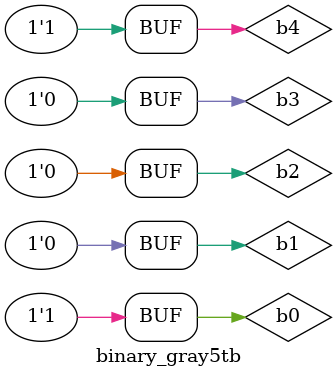
<source format=v>
`timescale 1ns / 1ps


module binary_gray5tb();
reg b4,b3,b2,b1,b0;
wire g4,g3,g2,g1,g0;
binary_gray5 uut(.b4(b4),.b3(b3),.b2(b2),.b1(b1),.b0(b0),
.g4(g4),.g3(g3),.g2(g2),.g1(g1),.g0(g0));
initial begin
{b4,b3,b2,b1,b0}=5'b10001;
#10;
end
endmodule



</source>
